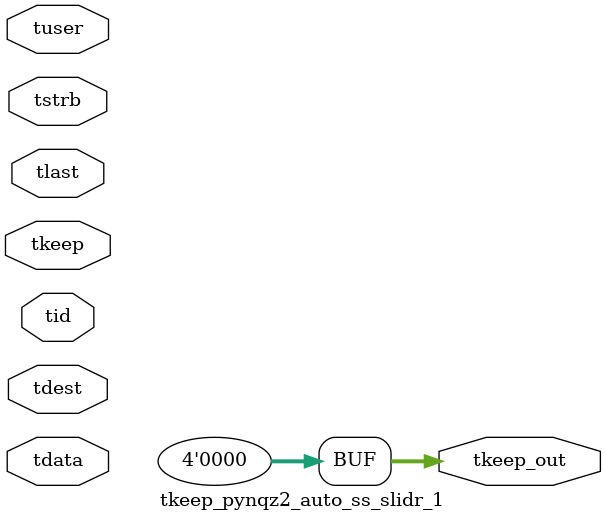
<source format=v>


`timescale 1ps/1ps

module tkeep_pynqz2_auto_ss_slidr_1 #
(
parameter C_S_AXIS_TDATA_WIDTH = 32,
parameter C_S_AXIS_TUSER_WIDTH = 0,
parameter C_S_AXIS_TID_WIDTH   = 0,
parameter C_S_AXIS_TDEST_WIDTH = 0,
parameter C_M_AXIS_TDATA_WIDTH = 32
)
(
input  [(C_S_AXIS_TDATA_WIDTH == 0 ? 1 : C_S_AXIS_TDATA_WIDTH)-1:0     ] tdata,
input  [(C_S_AXIS_TUSER_WIDTH == 0 ? 1 : C_S_AXIS_TUSER_WIDTH)-1:0     ] tuser,
input  [(C_S_AXIS_TID_WIDTH   == 0 ? 1 : C_S_AXIS_TID_WIDTH)-1:0       ] tid,
input  [(C_S_AXIS_TDEST_WIDTH == 0 ? 1 : C_S_AXIS_TDEST_WIDTH)-1:0     ] tdest,
input  [(C_S_AXIS_TDATA_WIDTH/8)-1:0 ] tkeep,
input  [(C_S_AXIS_TDATA_WIDTH/8)-1:0 ] tstrb,
input                                                                    tlast,
output [(C_M_AXIS_TDATA_WIDTH/8)-1:0 ] tkeep_out
);

assign tkeep_out = {1'b0};

endmodule


</source>
